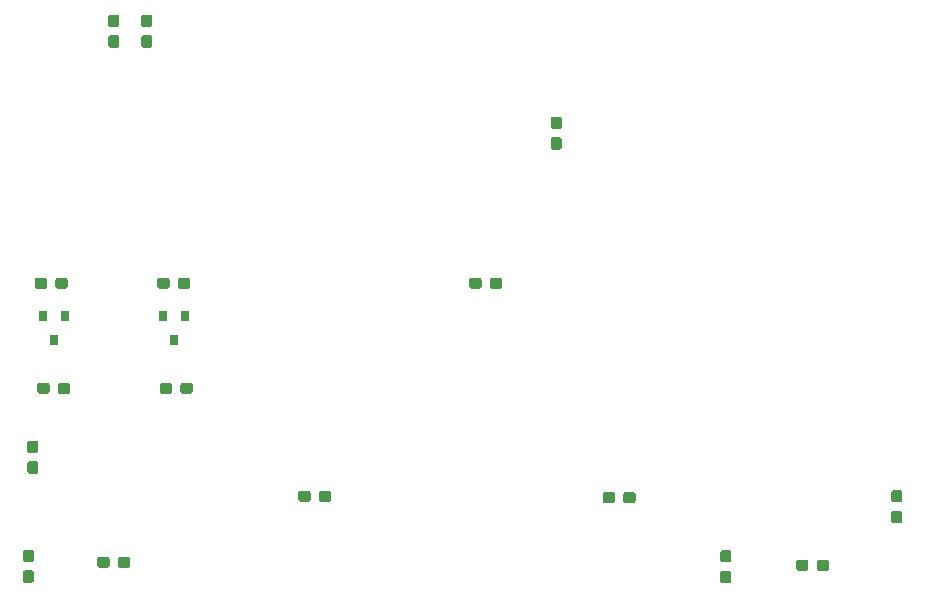
<source format=gbr>
G04 #@! TF.GenerationSoftware,KiCad,Pcbnew,(5.1.5)-3*
G04 #@! TF.CreationDate,2020-05-20T19:54:34+02:00*
G04 #@! TF.ProjectId,PONG_Display,504f4e47-5f44-4697-9370-6c61792e6b69,rev?*
G04 #@! TF.SameCoordinates,Original*
G04 #@! TF.FileFunction,Paste,Bot*
G04 #@! TF.FilePolarity,Positive*
%FSLAX46Y46*%
G04 Gerber Fmt 4.6, Leading zero omitted, Abs format (unit mm)*
G04 Created by KiCad (PCBNEW (5.1.5)-3) date 2020-05-20 19:54:34*
%MOMM*%
%LPD*%
G04 APERTURE LIST*
%ADD10C,0.100000*%
%ADD11R,0.800000X0.900000*%
G04 APERTURE END LIST*
D10*
G36*
X36745779Y-47786144D02*
G01*
X36768834Y-47789563D01*
X36791443Y-47795227D01*
X36813387Y-47803079D01*
X36834457Y-47813044D01*
X36854448Y-47825026D01*
X36873168Y-47838910D01*
X36890438Y-47854562D01*
X36906090Y-47871832D01*
X36919974Y-47890552D01*
X36931956Y-47910543D01*
X36941921Y-47931613D01*
X36949773Y-47953557D01*
X36955437Y-47976166D01*
X36958856Y-47999221D01*
X36960000Y-48022500D01*
X36960000Y-48497500D01*
X36958856Y-48520779D01*
X36955437Y-48543834D01*
X36949773Y-48566443D01*
X36941921Y-48588387D01*
X36931956Y-48609457D01*
X36919974Y-48629448D01*
X36906090Y-48648168D01*
X36890438Y-48665438D01*
X36873168Y-48681090D01*
X36854448Y-48694974D01*
X36834457Y-48706956D01*
X36813387Y-48716921D01*
X36791443Y-48724773D01*
X36768834Y-48730437D01*
X36745779Y-48733856D01*
X36722500Y-48735000D01*
X36147500Y-48735000D01*
X36124221Y-48733856D01*
X36101166Y-48730437D01*
X36078557Y-48724773D01*
X36056613Y-48716921D01*
X36035543Y-48706956D01*
X36015552Y-48694974D01*
X35996832Y-48681090D01*
X35979562Y-48665438D01*
X35963910Y-48648168D01*
X35950026Y-48629448D01*
X35938044Y-48609457D01*
X35928079Y-48588387D01*
X35920227Y-48566443D01*
X35914563Y-48543834D01*
X35911144Y-48520779D01*
X35910000Y-48497500D01*
X35910000Y-48022500D01*
X35911144Y-47999221D01*
X35914563Y-47976166D01*
X35920227Y-47953557D01*
X35928079Y-47931613D01*
X35938044Y-47910543D01*
X35950026Y-47890552D01*
X35963910Y-47871832D01*
X35979562Y-47854562D01*
X35996832Y-47838910D01*
X36015552Y-47825026D01*
X36035543Y-47813044D01*
X36056613Y-47803079D01*
X36078557Y-47795227D01*
X36101166Y-47789563D01*
X36124221Y-47786144D01*
X36147500Y-47785000D01*
X36722500Y-47785000D01*
X36745779Y-47786144D01*
G37*
G36*
X34995779Y-47786144D02*
G01*
X35018834Y-47789563D01*
X35041443Y-47795227D01*
X35063387Y-47803079D01*
X35084457Y-47813044D01*
X35104448Y-47825026D01*
X35123168Y-47838910D01*
X35140438Y-47854562D01*
X35156090Y-47871832D01*
X35169974Y-47890552D01*
X35181956Y-47910543D01*
X35191921Y-47931613D01*
X35199773Y-47953557D01*
X35205437Y-47976166D01*
X35208856Y-47999221D01*
X35210000Y-48022500D01*
X35210000Y-48497500D01*
X35208856Y-48520779D01*
X35205437Y-48543834D01*
X35199773Y-48566443D01*
X35191921Y-48588387D01*
X35181956Y-48609457D01*
X35169974Y-48629448D01*
X35156090Y-48648168D01*
X35140438Y-48665438D01*
X35123168Y-48681090D01*
X35104448Y-48694974D01*
X35084457Y-48706956D01*
X35063387Y-48716921D01*
X35041443Y-48724773D01*
X35018834Y-48730437D01*
X34995779Y-48733856D01*
X34972500Y-48735000D01*
X34397500Y-48735000D01*
X34374221Y-48733856D01*
X34351166Y-48730437D01*
X34328557Y-48724773D01*
X34306613Y-48716921D01*
X34285543Y-48706956D01*
X34265552Y-48694974D01*
X34246832Y-48681090D01*
X34229562Y-48665438D01*
X34213910Y-48648168D01*
X34200026Y-48629448D01*
X34188044Y-48609457D01*
X34178079Y-48588387D01*
X34170227Y-48566443D01*
X34164563Y-48543834D01*
X34161144Y-48520779D01*
X34160000Y-48497500D01*
X34160000Y-48022500D01*
X34161144Y-47999221D01*
X34164563Y-47976166D01*
X34170227Y-47953557D01*
X34178079Y-47931613D01*
X34188044Y-47910543D01*
X34200026Y-47890552D01*
X34213910Y-47871832D01*
X34229562Y-47854562D01*
X34246832Y-47838910D01*
X34265552Y-47825026D01*
X34285543Y-47813044D01*
X34306613Y-47803079D01*
X34328557Y-47795227D01*
X34351166Y-47789563D01*
X34374221Y-47786144D01*
X34397500Y-47785000D01*
X34972500Y-47785000D01*
X34995779Y-47786144D01*
G37*
G36*
X30740779Y-27275144D02*
G01*
X30763834Y-27278563D01*
X30786443Y-27284227D01*
X30808387Y-27292079D01*
X30829457Y-27302044D01*
X30849448Y-27314026D01*
X30868168Y-27327910D01*
X30885438Y-27343562D01*
X30901090Y-27360832D01*
X30914974Y-27379552D01*
X30926956Y-27399543D01*
X30936921Y-27420613D01*
X30944773Y-27442557D01*
X30950437Y-27465166D01*
X30953856Y-27488221D01*
X30955000Y-27511500D01*
X30955000Y-28086500D01*
X30953856Y-28109779D01*
X30950437Y-28132834D01*
X30944773Y-28155443D01*
X30936921Y-28177387D01*
X30926956Y-28198457D01*
X30914974Y-28218448D01*
X30901090Y-28237168D01*
X30885438Y-28254438D01*
X30868168Y-28270090D01*
X30849448Y-28283974D01*
X30829457Y-28295956D01*
X30808387Y-28305921D01*
X30786443Y-28313773D01*
X30763834Y-28319437D01*
X30740779Y-28322856D01*
X30717500Y-28324000D01*
X30242500Y-28324000D01*
X30219221Y-28322856D01*
X30196166Y-28319437D01*
X30173557Y-28313773D01*
X30151613Y-28305921D01*
X30130543Y-28295956D01*
X30110552Y-28283974D01*
X30091832Y-28270090D01*
X30074562Y-28254438D01*
X30058910Y-28237168D01*
X30045026Y-28218448D01*
X30033044Y-28198457D01*
X30023079Y-28177387D01*
X30015227Y-28155443D01*
X30009563Y-28132834D01*
X30006144Y-28109779D01*
X30005000Y-28086500D01*
X30005000Y-27511500D01*
X30006144Y-27488221D01*
X30009563Y-27465166D01*
X30015227Y-27442557D01*
X30023079Y-27420613D01*
X30033044Y-27399543D01*
X30045026Y-27379552D01*
X30058910Y-27360832D01*
X30074562Y-27343562D01*
X30091832Y-27327910D01*
X30110552Y-27314026D01*
X30130543Y-27302044D01*
X30151613Y-27292079D01*
X30173557Y-27284227D01*
X30196166Y-27278563D01*
X30219221Y-27275144D01*
X30242500Y-27274000D01*
X30717500Y-27274000D01*
X30740779Y-27275144D01*
G37*
G36*
X30740779Y-25525144D02*
G01*
X30763834Y-25528563D01*
X30786443Y-25534227D01*
X30808387Y-25542079D01*
X30829457Y-25552044D01*
X30849448Y-25564026D01*
X30868168Y-25577910D01*
X30885438Y-25593562D01*
X30901090Y-25610832D01*
X30914974Y-25629552D01*
X30926956Y-25649543D01*
X30936921Y-25670613D01*
X30944773Y-25692557D01*
X30950437Y-25715166D01*
X30953856Y-25738221D01*
X30955000Y-25761500D01*
X30955000Y-26336500D01*
X30953856Y-26359779D01*
X30950437Y-26382834D01*
X30944773Y-26405443D01*
X30936921Y-26427387D01*
X30926956Y-26448457D01*
X30914974Y-26468448D01*
X30901090Y-26487168D01*
X30885438Y-26504438D01*
X30868168Y-26520090D01*
X30849448Y-26533974D01*
X30829457Y-26545956D01*
X30808387Y-26555921D01*
X30786443Y-26563773D01*
X30763834Y-26569437D01*
X30740779Y-26572856D01*
X30717500Y-26574000D01*
X30242500Y-26574000D01*
X30219221Y-26572856D01*
X30196166Y-26569437D01*
X30173557Y-26563773D01*
X30151613Y-26555921D01*
X30130543Y-26545956D01*
X30110552Y-26533974D01*
X30091832Y-26520090D01*
X30074562Y-26504438D01*
X30058910Y-26487168D01*
X30045026Y-26468448D01*
X30033044Y-26448457D01*
X30023079Y-26427387D01*
X30015227Y-26405443D01*
X30009563Y-26382834D01*
X30006144Y-26359779D01*
X30005000Y-26336500D01*
X30005000Y-25761500D01*
X30006144Y-25738221D01*
X30009563Y-25715166D01*
X30015227Y-25692557D01*
X30023079Y-25670613D01*
X30033044Y-25649543D01*
X30045026Y-25629552D01*
X30058910Y-25610832D01*
X30074562Y-25593562D01*
X30091832Y-25577910D01*
X30110552Y-25564026D01*
X30130543Y-25552044D01*
X30151613Y-25542079D01*
X30173557Y-25534227D01*
X30196166Y-25528563D01*
X30219221Y-25525144D01*
X30242500Y-25524000D01*
X30717500Y-25524000D01*
X30740779Y-25525144D01*
G37*
D11*
X25400000Y-53070000D03*
X26350000Y-51070000D03*
X24450000Y-51070000D03*
X34610000Y-51070000D03*
X36510000Y-51070000D03*
X35560000Y-53070000D03*
D10*
G36*
X61411779Y-47786144D02*
G01*
X61434834Y-47789563D01*
X61457443Y-47795227D01*
X61479387Y-47803079D01*
X61500457Y-47813044D01*
X61520448Y-47825026D01*
X61539168Y-47838910D01*
X61556438Y-47854562D01*
X61572090Y-47871832D01*
X61585974Y-47890552D01*
X61597956Y-47910543D01*
X61607921Y-47931613D01*
X61615773Y-47953557D01*
X61621437Y-47976166D01*
X61624856Y-47999221D01*
X61626000Y-48022500D01*
X61626000Y-48497500D01*
X61624856Y-48520779D01*
X61621437Y-48543834D01*
X61615773Y-48566443D01*
X61607921Y-48588387D01*
X61597956Y-48609457D01*
X61585974Y-48629448D01*
X61572090Y-48648168D01*
X61556438Y-48665438D01*
X61539168Y-48681090D01*
X61520448Y-48694974D01*
X61500457Y-48706956D01*
X61479387Y-48716921D01*
X61457443Y-48724773D01*
X61434834Y-48730437D01*
X61411779Y-48733856D01*
X61388500Y-48735000D01*
X60813500Y-48735000D01*
X60790221Y-48733856D01*
X60767166Y-48730437D01*
X60744557Y-48724773D01*
X60722613Y-48716921D01*
X60701543Y-48706956D01*
X60681552Y-48694974D01*
X60662832Y-48681090D01*
X60645562Y-48665438D01*
X60629910Y-48648168D01*
X60616026Y-48629448D01*
X60604044Y-48609457D01*
X60594079Y-48588387D01*
X60586227Y-48566443D01*
X60580563Y-48543834D01*
X60577144Y-48520779D01*
X60576000Y-48497500D01*
X60576000Y-48022500D01*
X60577144Y-47999221D01*
X60580563Y-47976166D01*
X60586227Y-47953557D01*
X60594079Y-47931613D01*
X60604044Y-47910543D01*
X60616026Y-47890552D01*
X60629910Y-47871832D01*
X60645562Y-47854562D01*
X60662832Y-47838910D01*
X60681552Y-47825026D01*
X60701543Y-47813044D01*
X60722613Y-47803079D01*
X60744557Y-47795227D01*
X60767166Y-47789563D01*
X60790221Y-47786144D01*
X60813500Y-47785000D01*
X61388500Y-47785000D01*
X61411779Y-47786144D01*
G37*
G36*
X63161779Y-47786144D02*
G01*
X63184834Y-47789563D01*
X63207443Y-47795227D01*
X63229387Y-47803079D01*
X63250457Y-47813044D01*
X63270448Y-47825026D01*
X63289168Y-47838910D01*
X63306438Y-47854562D01*
X63322090Y-47871832D01*
X63335974Y-47890552D01*
X63347956Y-47910543D01*
X63357921Y-47931613D01*
X63365773Y-47953557D01*
X63371437Y-47976166D01*
X63374856Y-47999221D01*
X63376000Y-48022500D01*
X63376000Y-48497500D01*
X63374856Y-48520779D01*
X63371437Y-48543834D01*
X63365773Y-48566443D01*
X63357921Y-48588387D01*
X63347956Y-48609457D01*
X63335974Y-48629448D01*
X63322090Y-48648168D01*
X63306438Y-48665438D01*
X63289168Y-48681090D01*
X63270448Y-48694974D01*
X63250457Y-48706956D01*
X63229387Y-48716921D01*
X63207443Y-48724773D01*
X63184834Y-48730437D01*
X63161779Y-48733856D01*
X63138500Y-48735000D01*
X62563500Y-48735000D01*
X62540221Y-48733856D01*
X62517166Y-48730437D01*
X62494557Y-48724773D01*
X62472613Y-48716921D01*
X62451543Y-48706956D01*
X62431552Y-48694974D01*
X62412832Y-48681090D01*
X62395562Y-48665438D01*
X62379910Y-48648168D01*
X62366026Y-48629448D01*
X62354044Y-48609457D01*
X62344079Y-48588387D01*
X62336227Y-48566443D01*
X62330563Y-48543834D01*
X62327144Y-48520779D01*
X62326000Y-48497500D01*
X62326000Y-48022500D01*
X62327144Y-47999221D01*
X62330563Y-47976166D01*
X62336227Y-47953557D01*
X62344079Y-47931613D01*
X62354044Y-47910543D01*
X62366026Y-47890552D01*
X62379910Y-47871832D01*
X62395562Y-47854562D01*
X62412832Y-47838910D01*
X62431552Y-47825026D01*
X62451543Y-47813044D01*
X62472613Y-47803079D01*
X62494557Y-47795227D01*
X62517166Y-47789563D01*
X62540221Y-47786144D01*
X62563500Y-47785000D01*
X63138500Y-47785000D01*
X63161779Y-47786144D01*
G37*
G36*
X48683779Y-65820144D02*
G01*
X48706834Y-65823563D01*
X48729443Y-65829227D01*
X48751387Y-65837079D01*
X48772457Y-65847044D01*
X48792448Y-65859026D01*
X48811168Y-65872910D01*
X48828438Y-65888562D01*
X48844090Y-65905832D01*
X48857974Y-65924552D01*
X48869956Y-65944543D01*
X48879921Y-65965613D01*
X48887773Y-65987557D01*
X48893437Y-66010166D01*
X48896856Y-66033221D01*
X48898000Y-66056500D01*
X48898000Y-66531500D01*
X48896856Y-66554779D01*
X48893437Y-66577834D01*
X48887773Y-66600443D01*
X48879921Y-66622387D01*
X48869956Y-66643457D01*
X48857974Y-66663448D01*
X48844090Y-66682168D01*
X48828438Y-66699438D01*
X48811168Y-66715090D01*
X48792448Y-66728974D01*
X48772457Y-66740956D01*
X48751387Y-66750921D01*
X48729443Y-66758773D01*
X48706834Y-66764437D01*
X48683779Y-66767856D01*
X48660500Y-66769000D01*
X48085500Y-66769000D01*
X48062221Y-66767856D01*
X48039166Y-66764437D01*
X48016557Y-66758773D01*
X47994613Y-66750921D01*
X47973543Y-66740956D01*
X47953552Y-66728974D01*
X47934832Y-66715090D01*
X47917562Y-66699438D01*
X47901910Y-66682168D01*
X47888026Y-66663448D01*
X47876044Y-66643457D01*
X47866079Y-66622387D01*
X47858227Y-66600443D01*
X47852563Y-66577834D01*
X47849144Y-66554779D01*
X47848000Y-66531500D01*
X47848000Y-66056500D01*
X47849144Y-66033221D01*
X47852563Y-66010166D01*
X47858227Y-65987557D01*
X47866079Y-65965613D01*
X47876044Y-65944543D01*
X47888026Y-65924552D01*
X47901910Y-65905832D01*
X47917562Y-65888562D01*
X47934832Y-65872910D01*
X47953552Y-65859026D01*
X47973543Y-65847044D01*
X47994613Y-65837079D01*
X48016557Y-65829227D01*
X48039166Y-65823563D01*
X48062221Y-65820144D01*
X48085500Y-65819000D01*
X48660500Y-65819000D01*
X48683779Y-65820144D01*
G37*
G36*
X46933779Y-65820144D02*
G01*
X46956834Y-65823563D01*
X46979443Y-65829227D01*
X47001387Y-65837079D01*
X47022457Y-65847044D01*
X47042448Y-65859026D01*
X47061168Y-65872910D01*
X47078438Y-65888562D01*
X47094090Y-65905832D01*
X47107974Y-65924552D01*
X47119956Y-65944543D01*
X47129921Y-65965613D01*
X47137773Y-65987557D01*
X47143437Y-66010166D01*
X47146856Y-66033221D01*
X47148000Y-66056500D01*
X47148000Y-66531500D01*
X47146856Y-66554779D01*
X47143437Y-66577834D01*
X47137773Y-66600443D01*
X47129921Y-66622387D01*
X47119956Y-66643457D01*
X47107974Y-66663448D01*
X47094090Y-66682168D01*
X47078438Y-66699438D01*
X47061168Y-66715090D01*
X47042448Y-66728974D01*
X47022457Y-66740956D01*
X47001387Y-66750921D01*
X46979443Y-66758773D01*
X46956834Y-66764437D01*
X46933779Y-66767856D01*
X46910500Y-66769000D01*
X46335500Y-66769000D01*
X46312221Y-66767856D01*
X46289166Y-66764437D01*
X46266557Y-66758773D01*
X46244613Y-66750921D01*
X46223543Y-66740956D01*
X46203552Y-66728974D01*
X46184832Y-66715090D01*
X46167562Y-66699438D01*
X46151910Y-66682168D01*
X46138026Y-66663448D01*
X46126044Y-66643457D01*
X46116079Y-66622387D01*
X46108227Y-66600443D01*
X46102563Y-66577834D01*
X46099144Y-66554779D01*
X46098000Y-66531500D01*
X46098000Y-66056500D01*
X46099144Y-66033221D01*
X46102563Y-66010166D01*
X46108227Y-65987557D01*
X46116079Y-65965613D01*
X46126044Y-65944543D01*
X46138026Y-65924552D01*
X46151910Y-65905832D01*
X46167562Y-65888562D01*
X46184832Y-65872910D01*
X46203552Y-65859026D01*
X46223543Y-65847044D01*
X46244613Y-65837079D01*
X46266557Y-65829227D01*
X46289166Y-65823563D01*
X46312221Y-65820144D01*
X46335500Y-65819000D01*
X46910500Y-65819000D01*
X46933779Y-65820144D01*
G37*
G36*
X31665779Y-71408144D02*
G01*
X31688834Y-71411563D01*
X31711443Y-71417227D01*
X31733387Y-71425079D01*
X31754457Y-71435044D01*
X31774448Y-71447026D01*
X31793168Y-71460910D01*
X31810438Y-71476562D01*
X31826090Y-71493832D01*
X31839974Y-71512552D01*
X31851956Y-71532543D01*
X31861921Y-71553613D01*
X31869773Y-71575557D01*
X31875437Y-71598166D01*
X31878856Y-71621221D01*
X31880000Y-71644500D01*
X31880000Y-72119500D01*
X31878856Y-72142779D01*
X31875437Y-72165834D01*
X31869773Y-72188443D01*
X31861921Y-72210387D01*
X31851956Y-72231457D01*
X31839974Y-72251448D01*
X31826090Y-72270168D01*
X31810438Y-72287438D01*
X31793168Y-72303090D01*
X31774448Y-72316974D01*
X31754457Y-72328956D01*
X31733387Y-72338921D01*
X31711443Y-72346773D01*
X31688834Y-72352437D01*
X31665779Y-72355856D01*
X31642500Y-72357000D01*
X31067500Y-72357000D01*
X31044221Y-72355856D01*
X31021166Y-72352437D01*
X30998557Y-72346773D01*
X30976613Y-72338921D01*
X30955543Y-72328956D01*
X30935552Y-72316974D01*
X30916832Y-72303090D01*
X30899562Y-72287438D01*
X30883910Y-72270168D01*
X30870026Y-72251448D01*
X30858044Y-72231457D01*
X30848079Y-72210387D01*
X30840227Y-72188443D01*
X30834563Y-72165834D01*
X30831144Y-72142779D01*
X30830000Y-72119500D01*
X30830000Y-71644500D01*
X30831144Y-71621221D01*
X30834563Y-71598166D01*
X30840227Y-71575557D01*
X30848079Y-71553613D01*
X30858044Y-71532543D01*
X30870026Y-71512552D01*
X30883910Y-71493832D01*
X30899562Y-71476562D01*
X30916832Y-71460910D01*
X30935552Y-71447026D01*
X30955543Y-71435044D01*
X30976613Y-71425079D01*
X30998557Y-71417227D01*
X31021166Y-71411563D01*
X31044221Y-71408144D01*
X31067500Y-71407000D01*
X31642500Y-71407000D01*
X31665779Y-71408144D01*
G37*
G36*
X29915779Y-71408144D02*
G01*
X29938834Y-71411563D01*
X29961443Y-71417227D01*
X29983387Y-71425079D01*
X30004457Y-71435044D01*
X30024448Y-71447026D01*
X30043168Y-71460910D01*
X30060438Y-71476562D01*
X30076090Y-71493832D01*
X30089974Y-71512552D01*
X30101956Y-71532543D01*
X30111921Y-71553613D01*
X30119773Y-71575557D01*
X30125437Y-71598166D01*
X30128856Y-71621221D01*
X30130000Y-71644500D01*
X30130000Y-72119500D01*
X30128856Y-72142779D01*
X30125437Y-72165834D01*
X30119773Y-72188443D01*
X30111921Y-72210387D01*
X30101956Y-72231457D01*
X30089974Y-72251448D01*
X30076090Y-72270168D01*
X30060438Y-72287438D01*
X30043168Y-72303090D01*
X30024448Y-72316974D01*
X30004457Y-72328956D01*
X29983387Y-72338921D01*
X29961443Y-72346773D01*
X29938834Y-72352437D01*
X29915779Y-72355856D01*
X29892500Y-72357000D01*
X29317500Y-72357000D01*
X29294221Y-72355856D01*
X29271166Y-72352437D01*
X29248557Y-72346773D01*
X29226613Y-72338921D01*
X29205543Y-72328956D01*
X29185552Y-72316974D01*
X29166832Y-72303090D01*
X29149562Y-72287438D01*
X29133910Y-72270168D01*
X29120026Y-72251448D01*
X29108044Y-72231457D01*
X29098079Y-72210387D01*
X29090227Y-72188443D01*
X29084563Y-72165834D01*
X29081144Y-72142779D01*
X29080000Y-72119500D01*
X29080000Y-71644500D01*
X29081144Y-71621221D01*
X29084563Y-71598166D01*
X29090227Y-71575557D01*
X29098079Y-71553613D01*
X29108044Y-71532543D01*
X29120026Y-71512552D01*
X29133910Y-71493832D01*
X29149562Y-71476562D01*
X29166832Y-71460910D01*
X29185552Y-71447026D01*
X29205543Y-71435044D01*
X29226613Y-71425079D01*
X29248557Y-71417227D01*
X29271166Y-71411563D01*
X29294221Y-71408144D01*
X29317500Y-71407000D01*
X29892500Y-71407000D01*
X29915779Y-71408144D01*
G37*
G36*
X72700779Y-65947144D02*
G01*
X72723834Y-65950563D01*
X72746443Y-65956227D01*
X72768387Y-65964079D01*
X72789457Y-65974044D01*
X72809448Y-65986026D01*
X72828168Y-65999910D01*
X72845438Y-66015562D01*
X72861090Y-66032832D01*
X72874974Y-66051552D01*
X72886956Y-66071543D01*
X72896921Y-66092613D01*
X72904773Y-66114557D01*
X72910437Y-66137166D01*
X72913856Y-66160221D01*
X72915000Y-66183500D01*
X72915000Y-66658500D01*
X72913856Y-66681779D01*
X72910437Y-66704834D01*
X72904773Y-66727443D01*
X72896921Y-66749387D01*
X72886956Y-66770457D01*
X72874974Y-66790448D01*
X72861090Y-66809168D01*
X72845438Y-66826438D01*
X72828168Y-66842090D01*
X72809448Y-66855974D01*
X72789457Y-66867956D01*
X72768387Y-66877921D01*
X72746443Y-66885773D01*
X72723834Y-66891437D01*
X72700779Y-66894856D01*
X72677500Y-66896000D01*
X72102500Y-66896000D01*
X72079221Y-66894856D01*
X72056166Y-66891437D01*
X72033557Y-66885773D01*
X72011613Y-66877921D01*
X71990543Y-66867956D01*
X71970552Y-66855974D01*
X71951832Y-66842090D01*
X71934562Y-66826438D01*
X71918910Y-66809168D01*
X71905026Y-66790448D01*
X71893044Y-66770457D01*
X71883079Y-66749387D01*
X71875227Y-66727443D01*
X71869563Y-66704834D01*
X71866144Y-66681779D01*
X71865000Y-66658500D01*
X71865000Y-66183500D01*
X71866144Y-66160221D01*
X71869563Y-66137166D01*
X71875227Y-66114557D01*
X71883079Y-66092613D01*
X71893044Y-66071543D01*
X71905026Y-66051552D01*
X71918910Y-66032832D01*
X71934562Y-66015562D01*
X71951832Y-65999910D01*
X71970552Y-65986026D01*
X71990543Y-65974044D01*
X72011613Y-65964079D01*
X72033557Y-65956227D01*
X72056166Y-65950563D01*
X72079221Y-65947144D01*
X72102500Y-65946000D01*
X72677500Y-65946000D01*
X72700779Y-65947144D01*
G37*
G36*
X74450779Y-65947144D02*
G01*
X74473834Y-65950563D01*
X74496443Y-65956227D01*
X74518387Y-65964079D01*
X74539457Y-65974044D01*
X74559448Y-65986026D01*
X74578168Y-65999910D01*
X74595438Y-66015562D01*
X74611090Y-66032832D01*
X74624974Y-66051552D01*
X74636956Y-66071543D01*
X74646921Y-66092613D01*
X74654773Y-66114557D01*
X74660437Y-66137166D01*
X74663856Y-66160221D01*
X74665000Y-66183500D01*
X74665000Y-66658500D01*
X74663856Y-66681779D01*
X74660437Y-66704834D01*
X74654773Y-66727443D01*
X74646921Y-66749387D01*
X74636956Y-66770457D01*
X74624974Y-66790448D01*
X74611090Y-66809168D01*
X74595438Y-66826438D01*
X74578168Y-66842090D01*
X74559448Y-66855974D01*
X74539457Y-66867956D01*
X74518387Y-66877921D01*
X74496443Y-66885773D01*
X74473834Y-66891437D01*
X74450779Y-66894856D01*
X74427500Y-66896000D01*
X73852500Y-66896000D01*
X73829221Y-66894856D01*
X73806166Y-66891437D01*
X73783557Y-66885773D01*
X73761613Y-66877921D01*
X73740543Y-66867956D01*
X73720552Y-66855974D01*
X73701832Y-66842090D01*
X73684562Y-66826438D01*
X73668910Y-66809168D01*
X73655026Y-66790448D01*
X73643044Y-66770457D01*
X73633079Y-66749387D01*
X73625227Y-66727443D01*
X73619563Y-66704834D01*
X73616144Y-66681779D01*
X73615000Y-66658500D01*
X73615000Y-66183500D01*
X73616144Y-66160221D01*
X73619563Y-66137166D01*
X73625227Y-66114557D01*
X73633079Y-66092613D01*
X73643044Y-66071543D01*
X73655026Y-66051552D01*
X73668910Y-66032832D01*
X73684562Y-66015562D01*
X73701832Y-65999910D01*
X73720552Y-65986026D01*
X73740543Y-65974044D01*
X73761613Y-65964079D01*
X73783557Y-65956227D01*
X73806166Y-65950563D01*
X73829221Y-65947144D01*
X73852500Y-65946000D01*
X74427500Y-65946000D01*
X74450779Y-65947144D01*
G37*
G36*
X23882779Y-61593144D02*
G01*
X23905834Y-61596563D01*
X23928443Y-61602227D01*
X23950387Y-61610079D01*
X23971457Y-61620044D01*
X23991448Y-61632026D01*
X24010168Y-61645910D01*
X24027438Y-61661562D01*
X24043090Y-61678832D01*
X24056974Y-61697552D01*
X24068956Y-61717543D01*
X24078921Y-61738613D01*
X24086773Y-61760557D01*
X24092437Y-61783166D01*
X24095856Y-61806221D01*
X24097000Y-61829500D01*
X24097000Y-62404500D01*
X24095856Y-62427779D01*
X24092437Y-62450834D01*
X24086773Y-62473443D01*
X24078921Y-62495387D01*
X24068956Y-62516457D01*
X24056974Y-62536448D01*
X24043090Y-62555168D01*
X24027438Y-62572438D01*
X24010168Y-62588090D01*
X23991448Y-62601974D01*
X23971457Y-62613956D01*
X23950387Y-62623921D01*
X23928443Y-62631773D01*
X23905834Y-62637437D01*
X23882779Y-62640856D01*
X23859500Y-62642000D01*
X23384500Y-62642000D01*
X23361221Y-62640856D01*
X23338166Y-62637437D01*
X23315557Y-62631773D01*
X23293613Y-62623921D01*
X23272543Y-62613956D01*
X23252552Y-62601974D01*
X23233832Y-62588090D01*
X23216562Y-62572438D01*
X23200910Y-62555168D01*
X23187026Y-62536448D01*
X23175044Y-62516457D01*
X23165079Y-62495387D01*
X23157227Y-62473443D01*
X23151563Y-62450834D01*
X23148144Y-62427779D01*
X23147000Y-62404500D01*
X23147000Y-61829500D01*
X23148144Y-61806221D01*
X23151563Y-61783166D01*
X23157227Y-61760557D01*
X23165079Y-61738613D01*
X23175044Y-61717543D01*
X23187026Y-61697552D01*
X23200910Y-61678832D01*
X23216562Y-61661562D01*
X23233832Y-61645910D01*
X23252552Y-61632026D01*
X23272543Y-61620044D01*
X23293613Y-61610079D01*
X23315557Y-61602227D01*
X23338166Y-61596563D01*
X23361221Y-61593144D01*
X23384500Y-61592000D01*
X23859500Y-61592000D01*
X23882779Y-61593144D01*
G37*
G36*
X23882779Y-63343144D02*
G01*
X23905834Y-63346563D01*
X23928443Y-63352227D01*
X23950387Y-63360079D01*
X23971457Y-63370044D01*
X23991448Y-63382026D01*
X24010168Y-63395910D01*
X24027438Y-63411562D01*
X24043090Y-63428832D01*
X24056974Y-63447552D01*
X24068956Y-63467543D01*
X24078921Y-63488613D01*
X24086773Y-63510557D01*
X24092437Y-63533166D01*
X24095856Y-63556221D01*
X24097000Y-63579500D01*
X24097000Y-64154500D01*
X24095856Y-64177779D01*
X24092437Y-64200834D01*
X24086773Y-64223443D01*
X24078921Y-64245387D01*
X24068956Y-64266457D01*
X24056974Y-64286448D01*
X24043090Y-64305168D01*
X24027438Y-64322438D01*
X24010168Y-64338090D01*
X23991448Y-64351974D01*
X23971457Y-64363956D01*
X23950387Y-64373921D01*
X23928443Y-64381773D01*
X23905834Y-64387437D01*
X23882779Y-64390856D01*
X23859500Y-64392000D01*
X23384500Y-64392000D01*
X23361221Y-64390856D01*
X23338166Y-64387437D01*
X23315557Y-64381773D01*
X23293613Y-64373921D01*
X23272543Y-64363956D01*
X23252552Y-64351974D01*
X23233832Y-64338090D01*
X23216562Y-64322438D01*
X23200910Y-64305168D01*
X23187026Y-64286448D01*
X23175044Y-64266457D01*
X23165079Y-64245387D01*
X23157227Y-64223443D01*
X23151563Y-64200834D01*
X23148144Y-64177779D01*
X23147000Y-64154500D01*
X23147000Y-63579500D01*
X23148144Y-63556221D01*
X23151563Y-63533166D01*
X23157227Y-63510557D01*
X23165079Y-63488613D01*
X23175044Y-63467543D01*
X23187026Y-63447552D01*
X23200910Y-63428832D01*
X23216562Y-63411562D01*
X23233832Y-63395910D01*
X23252552Y-63382026D01*
X23272543Y-63370044D01*
X23293613Y-63360079D01*
X23315557Y-63352227D01*
X23338166Y-63346563D01*
X23361221Y-63343144D01*
X23384500Y-63342000D01*
X23859500Y-63342000D01*
X23882779Y-63343144D01*
G37*
G36*
X90833779Y-71662144D02*
G01*
X90856834Y-71665563D01*
X90879443Y-71671227D01*
X90901387Y-71679079D01*
X90922457Y-71689044D01*
X90942448Y-71701026D01*
X90961168Y-71714910D01*
X90978438Y-71730562D01*
X90994090Y-71747832D01*
X91007974Y-71766552D01*
X91019956Y-71786543D01*
X91029921Y-71807613D01*
X91037773Y-71829557D01*
X91043437Y-71852166D01*
X91046856Y-71875221D01*
X91048000Y-71898500D01*
X91048000Y-72373500D01*
X91046856Y-72396779D01*
X91043437Y-72419834D01*
X91037773Y-72442443D01*
X91029921Y-72464387D01*
X91019956Y-72485457D01*
X91007974Y-72505448D01*
X90994090Y-72524168D01*
X90978438Y-72541438D01*
X90961168Y-72557090D01*
X90942448Y-72570974D01*
X90922457Y-72582956D01*
X90901387Y-72592921D01*
X90879443Y-72600773D01*
X90856834Y-72606437D01*
X90833779Y-72609856D01*
X90810500Y-72611000D01*
X90235500Y-72611000D01*
X90212221Y-72609856D01*
X90189166Y-72606437D01*
X90166557Y-72600773D01*
X90144613Y-72592921D01*
X90123543Y-72582956D01*
X90103552Y-72570974D01*
X90084832Y-72557090D01*
X90067562Y-72541438D01*
X90051910Y-72524168D01*
X90038026Y-72505448D01*
X90026044Y-72485457D01*
X90016079Y-72464387D01*
X90008227Y-72442443D01*
X90002563Y-72419834D01*
X89999144Y-72396779D01*
X89998000Y-72373500D01*
X89998000Y-71898500D01*
X89999144Y-71875221D01*
X90002563Y-71852166D01*
X90008227Y-71829557D01*
X90016079Y-71807613D01*
X90026044Y-71786543D01*
X90038026Y-71766552D01*
X90051910Y-71747832D01*
X90067562Y-71730562D01*
X90084832Y-71714910D01*
X90103552Y-71701026D01*
X90123543Y-71689044D01*
X90144613Y-71679079D01*
X90166557Y-71671227D01*
X90189166Y-71665563D01*
X90212221Y-71662144D01*
X90235500Y-71661000D01*
X90810500Y-71661000D01*
X90833779Y-71662144D01*
G37*
G36*
X89083779Y-71662144D02*
G01*
X89106834Y-71665563D01*
X89129443Y-71671227D01*
X89151387Y-71679079D01*
X89172457Y-71689044D01*
X89192448Y-71701026D01*
X89211168Y-71714910D01*
X89228438Y-71730562D01*
X89244090Y-71747832D01*
X89257974Y-71766552D01*
X89269956Y-71786543D01*
X89279921Y-71807613D01*
X89287773Y-71829557D01*
X89293437Y-71852166D01*
X89296856Y-71875221D01*
X89298000Y-71898500D01*
X89298000Y-72373500D01*
X89296856Y-72396779D01*
X89293437Y-72419834D01*
X89287773Y-72442443D01*
X89279921Y-72464387D01*
X89269956Y-72485457D01*
X89257974Y-72505448D01*
X89244090Y-72524168D01*
X89228438Y-72541438D01*
X89211168Y-72557090D01*
X89192448Y-72570974D01*
X89172457Y-72582956D01*
X89151387Y-72592921D01*
X89129443Y-72600773D01*
X89106834Y-72606437D01*
X89083779Y-72609856D01*
X89060500Y-72611000D01*
X88485500Y-72611000D01*
X88462221Y-72609856D01*
X88439166Y-72606437D01*
X88416557Y-72600773D01*
X88394613Y-72592921D01*
X88373543Y-72582956D01*
X88353552Y-72570974D01*
X88334832Y-72557090D01*
X88317562Y-72541438D01*
X88301910Y-72524168D01*
X88288026Y-72505448D01*
X88276044Y-72485457D01*
X88266079Y-72464387D01*
X88258227Y-72442443D01*
X88252563Y-72419834D01*
X88249144Y-72396779D01*
X88248000Y-72373500D01*
X88248000Y-71898500D01*
X88249144Y-71875221D01*
X88252563Y-71852166D01*
X88258227Y-71829557D01*
X88266079Y-71807613D01*
X88276044Y-71786543D01*
X88288026Y-71766552D01*
X88301910Y-71747832D01*
X88317562Y-71730562D01*
X88334832Y-71714910D01*
X88353552Y-71701026D01*
X88373543Y-71689044D01*
X88394613Y-71679079D01*
X88416557Y-71671227D01*
X88439166Y-71665563D01*
X88462221Y-71662144D01*
X88485500Y-71661000D01*
X89060500Y-71661000D01*
X89083779Y-71662144D01*
G37*
G36*
X97034779Y-67534144D02*
G01*
X97057834Y-67537563D01*
X97080443Y-67543227D01*
X97102387Y-67551079D01*
X97123457Y-67561044D01*
X97143448Y-67573026D01*
X97162168Y-67586910D01*
X97179438Y-67602562D01*
X97195090Y-67619832D01*
X97208974Y-67638552D01*
X97220956Y-67658543D01*
X97230921Y-67679613D01*
X97238773Y-67701557D01*
X97244437Y-67724166D01*
X97247856Y-67747221D01*
X97249000Y-67770500D01*
X97249000Y-68345500D01*
X97247856Y-68368779D01*
X97244437Y-68391834D01*
X97238773Y-68414443D01*
X97230921Y-68436387D01*
X97220956Y-68457457D01*
X97208974Y-68477448D01*
X97195090Y-68496168D01*
X97179438Y-68513438D01*
X97162168Y-68529090D01*
X97143448Y-68542974D01*
X97123457Y-68554956D01*
X97102387Y-68564921D01*
X97080443Y-68572773D01*
X97057834Y-68578437D01*
X97034779Y-68581856D01*
X97011500Y-68583000D01*
X96536500Y-68583000D01*
X96513221Y-68581856D01*
X96490166Y-68578437D01*
X96467557Y-68572773D01*
X96445613Y-68564921D01*
X96424543Y-68554956D01*
X96404552Y-68542974D01*
X96385832Y-68529090D01*
X96368562Y-68513438D01*
X96352910Y-68496168D01*
X96339026Y-68477448D01*
X96327044Y-68457457D01*
X96317079Y-68436387D01*
X96309227Y-68414443D01*
X96303563Y-68391834D01*
X96300144Y-68368779D01*
X96299000Y-68345500D01*
X96299000Y-67770500D01*
X96300144Y-67747221D01*
X96303563Y-67724166D01*
X96309227Y-67701557D01*
X96317079Y-67679613D01*
X96327044Y-67658543D01*
X96339026Y-67638552D01*
X96352910Y-67619832D01*
X96368562Y-67602562D01*
X96385832Y-67586910D01*
X96404552Y-67573026D01*
X96424543Y-67561044D01*
X96445613Y-67551079D01*
X96467557Y-67543227D01*
X96490166Y-67537563D01*
X96513221Y-67534144D01*
X96536500Y-67533000D01*
X97011500Y-67533000D01*
X97034779Y-67534144D01*
G37*
G36*
X97034779Y-65784144D02*
G01*
X97057834Y-65787563D01*
X97080443Y-65793227D01*
X97102387Y-65801079D01*
X97123457Y-65811044D01*
X97143448Y-65823026D01*
X97162168Y-65836910D01*
X97179438Y-65852562D01*
X97195090Y-65869832D01*
X97208974Y-65888552D01*
X97220956Y-65908543D01*
X97230921Y-65929613D01*
X97238773Y-65951557D01*
X97244437Y-65974166D01*
X97247856Y-65997221D01*
X97249000Y-66020500D01*
X97249000Y-66595500D01*
X97247856Y-66618779D01*
X97244437Y-66641834D01*
X97238773Y-66664443D01*
X97230921Y-66686387D01*
X97220956Y-66707457D01*
X97208974Y-66727448D01*
X97195090Y-66746168D01*
X97179438Y-66763438D01*
X97162168Y-66779090D01*
X97143448Y-66792974D01*
X97123457Y-66804956D01*
X97102387Y-66814921D01*
X97080443Y-66822773D01*
X97057834Y-66828437D01*
X97034779Y-66831856D01*
X97011500Y-66833000D01*
X96536500Y-66833000D01*
X96513221Y-66831856D01*
X96490166Y-66828437D01*
X96467557Y-66822773D01*
X96445613Y-66814921D01*
X96424543Y-66804956D01*
X96404552Y-66792974D01*
X96385832Y-66779090D01*
X96368562Y-66763438D01*
X96352910Y-66746168D01*
X96339026Y-66727448D01*
X96327044Y-66707457D01*
X96317079Y-66686387D01*
X96309227Y-66664443D01*
X96303563Y-66641834D01*
X96300144Y-66618779D01*
X96299000Y-66595500D01*
X96299000Y-66020500D01*
X96300144Y-65997221D01*
X96303563Y-65974166D01*
X96309227Y-65951557D01*
X96317079Y-65929613D01*
X96327044Y-65908543D01*
X96339026Y-65888552D01*
X96352910Y-65869832D01*
X96368562Y-65852562D01*
X96385832Y-65836910D01*
X96404552Y-65823026D01*
X96424543Y-65811044D01*
X96445613Y-65801079D01*
X96467557Y-65793227D01*
X96490166Y-65787563D01*
X96513221Y-65784144D01*
X96536500Y-65783000D01*
X97011500Y-65783000D01*
X97034779Y-65784144D01*
G37*
G36*
X82556779Y-72614144D02*
G01*
X82579834Y-72617563D01*
X82602443Y-72623227D01*
X82624387Y-72631079D01*
X82645457Y-72641044D01*
X82665448Y-72653026D01*
X82684168Y-72666910D01*
X82701438Y-72682562D01*
X82717090Y-72699832D01*
X82730974Y-72718552D01*
X82742956Y-72738543D01*
X82752921Y-72759613D01*
X82760773Y-72781557D01*
X82766437Y-72804166D01*
X82769856Y-72827221D01*
X82771000Y-72850500D01*
X82771000Y-73425500D01*
X82769856Y-73448779D01*
X82766437Y-73471834D01*
X82760773Y-73494443D01*
X82752921Y-73516387D01*
X82742956Y-73537457D01*
X82730974Y-73557448D01*
X82717090Y-73576168D01*
X82701438Y-73593438D01*
X82684168Y-73609090D01*
X82665448Y-73622974D01*
X82645457Y-73634956D01*
X82624387Y-73644921D01*
X82602443Y-73652773D01*
X82579834Y-73658437D01*
X82556779Y-73661856D01*
X82533500Y-73663000D01*
X82058500Y-73663000D01*
X82035221Y-73661856D01*
X82012166Y-73658437D01*
X81989557Y-73652773D01*
X81967613Y-73644921D01*
X81946543Y-73634956D01*
X81926552Y-73622974D01*
X81907832Y-73609090D01*
X81890562Y-73593438D01*
X81874910Y-73576168D01*
X81861026Y-73557448D01*
X81849044Y-73537457D01*
X81839079Y-73516387D01*
X81831227Y-73494443D01*
X81825563Y-73471834D01*
X81822144Y-73448779D01*
X81821000Y-73425500D01*
X81821000Y-72850500D01*
X81822144Y-72827221D01*
X81825563Y-72804166D01*
X81831227Y-72781557D01*
X81839079Y-72759613D01*
X81849044Y-72738543D01*
X81861026Y-72718552D01*
X81874910Y-72699832D01*
X81890562Y-72682562D01*
X81907832Y-72666910D01*
X81926552Y-72653026D01*
X81946543Y-72641044D01*
X81967613Y-72631079D01*
X81989557Y-72623227D01*
X82012166Y-72617563D01*
X82035221Y-72614144D01*
X82058500Y-72613000D01*
X82533500Y-72613000D01*
X82556779Y-72614144D01*
G37*
G36*
X82556779Y-70864144D02*
G01*
X82579834Y-70867563D01*
X82602443Y-70873227D01*
X82624387Y-70881079D01*
X82645457Y-70891044D01*
X82665448Y-70903026D01*
X82684168Y-70916910D01*
X82701438Y-70932562D01*
X82717090Y-70949832D01*
X82730974Y-70968552D01*
X82742956Y-70988543D01*
X82752921Y-71009613D01*
X82760773Y-71031557D01*
X82766437Y-71054166D01*
X82769856Y-71077221D01*
X82771000Y-71100500D01*
X82771000Y-71675500D01*
X82769856Y-71698779D01*
X82766437Y-71721834D01*
X82760773Y-71744443D01*
X82752921Y-71766387D01*
X82742956Y-71787457D01*
X82730974Y-71807448D01*
X82717090Y-71826168D01*
X82701438Y-71843438D01*
X82684168Y-71859090D01*
X82665448Y-71872974D01*
X82645457Y-71884956D01*
X82624387Y-71894921D01*
X82602443Y-71902773D01*
X82579834Y-71908437D01*
X82556779Y-71911856D01*
X82533500Y-71913000D01*
X82058500Y-71913000D01*
X82035221Y-71911856D01*
X82012166Y-71908437D01*
X81989557Y-71902773D01*
X81967613Y-71894921D01*
X81946543Y-71884956D01*
X81926552Y-71872974D01*
X81907832Y-71859090D01*
X81890562Y-71843438D01*
X81874910Y-71826168D01*
X81861026Y-71807448D01*
X81849044Y-71787457D01*
X81839079Y-71766387D01*
X81831227Y-71744443D01*
X81825563Y-71721834D01*
X81822144Y-71698779D01*
X81821000Y-71675500D01*
X81821000Y-71100500D01*
X81822144Y-71077221D01*
X81825563Y-71054166D01*
X81831227Y-71031557D01*
X81839079Y-71009613D01*
X81849044Y-70988543D01*
X81861026Y-70968552D01*
X81874910Y-70949832D01*
X81890562Y-70932562D01*
X81907832Y-70916910D01*
X81926552Y-70903026D01*
X81946543Y-70891044D01*
X81967613Y-70881079D01*
X81989557Y-70873227D01*
X82012166Y-70867563D01*
X82035221Y-70864144D01*
X82058500Y-70863000D01*
X82533500Y-70863000D01*
X82556779Y-70864144D01*
G37*
G36*
X68205779Y-35911144D02*
G01*
X68228834Y-35914563D01*
X68251443Y-35920227D01*
X68273387Y-35928079D01*
X68294457Y-35938044D01*
X68314448Y-35950026D01*
X68333168Y-35963910D01*
X68350438Y-35979562D01*
X68366090Y-35996832D01*
X68379974Y-36015552D01*
X68391956Y-36035543D01*
X68401921Y-36056613D01*
X68409773Y-36078557D01*
X68415437Y-36101166D01*
X68418856Y-36124221D01*
X68420000Y-36147500D01*
X68420000Y-36722500D01*
X68418856Y-36745779D01*
X68415437Y-36768834D01*
X68409773Y-36791443D01*
X68401921Y-36813387D01*
X68391956Y-36834457D01*
X68379974Y-36854448D01*
X68366090Y-36873168D01*
X68350438Y-36890438D01*
X68333168Y-36906090D01*
X68314448Y-36919974D01*
X68294457Y-36931956D01*
X68273387Y-36941921D01*
X68251443Y-36949773D01*
X68228834Y-36955437D01*
X68205779Y-36958856D01*
X68182500Y-36960000D01*
X67707500Y-36960000D01*
X67684221Y-36958856D01*
X67661166Y-36955437D01*
X67638557Y-36949773D01*
X67616613Y-36941921D01*
X67595543Y-36931956D01*
X67575552Y-36919974D01*
X67556832Y-36906090D01*
X67539562Y-36890438D01*
X67523910Y-36873168D01*
X67510026Y-36854448D01*
X67498044Y-36834457D01*
X67488079Y-36813387D01*
X67480227Y-36791443D01*
X67474563Y-36768834D01*
X67471144Y-36745779D01*
X67470000Y-36722500D01*
X67470000Y-36147500D01*
X67471144Y-36124221D01*
X67474563Y-36101166D01*
X67480227Y-36078557D01*
X67488079Y-36056613D01*
X67498044Y-36035543D01*
X67510026Y-36015552D01*
X67523910Y-35996832D01*
X67539562Y-35979562D01*
X67556832Y-35963910D01*
X67575552Y-35950026D01*
X67595543Y-35938044D01*
X67616613Y-35928079D01*
X67638557Y-35920227D01*
X67661166Y-35914563D01*
X67684221Y-35911144D01*
X67707500Y-35910000D01*
X68182500Y-35910000D01*
X68205779Y-35911144D01*
G37*
G36*
X68205779Y-34161144D02*
G01*
X68228834Y-34164563D01*
X68251443Y-34170227D01*
X68273387Y-34178079D01*
X68294457Y-34188044D01*
X68314448Y-34200026D01*
X68333168Y-34213910D01*
X68350438Y-34229562D01*
X68366090Y-34246832D01*
X68379974Y-34265552D01*
X68391956Y-34285543D01*
X68401921Y-34306613D01*
X68409773Y-34328557D01*
X68415437Y-34351166D01*
X68418856Y-34374221D01*
X68420000Y-34397500D01*
X68420000Y-34972500D01*
X68418856Y-34995779D01*
X68415437Y-35018834D01*
X68409773Y-35041443D01*
X68401921Y-35063387D01*
X68391956Y-35084457D01*
X68379974Y-35104448D01*
X68366090Y-35123168D01*
X68350438Y-35140438D01*
X68333168Y-35156090D01*
X68314448Y-35169974D01*
X68294457Y-35181956D01*
X68273387Y-35191921D01*
X68251443Y-35199773D01*
X68228834Y-35205437D01*
X68205779Y-35208856D01*
X68182500Y-35210000D01*
X67707500Y-35210000D01*
X67684221Y-35208856D01*
X67661166Y-35205437D01*
X67638557Y-35199773D01*
X67616613Y-35191921D01*
X67595543Y-35181956D01*
X67575552Y-35169974D01*
X67556832Y-35156090D01*
X67539562Y-35140438D01*
X67523910Y-35123168D01*
X67510026Y-35104448D01*
X67498044Y-35084457D01*
X67488079Y-35063387D01*
X67480227Y-35041443D01*
X67474563Y-35018834D01*
X67471144Y-34995779D01*
X67470000Y-34972500D01*
X67470000Y-34397500D01*
X67471144Y-34374221D01*
X67474563Y-34351166D01*
X67480227Y-34328557D01*
X67488079Y-34306613D01*
X67498044Y-34285543D01*
X67510026Y-34265552D01*
X67523910Y-34246832D01*
X67539562Y-34229562D01*
X67556832Y-34213910D01*
X67575552Y-34200026D01*
X67595543Y-34188044D01*
X67616613Y-34178079D01*
X67638557Y-34170227D01*
X67661166Y-34164563D01*
X67684221Y-34161144D01*
X67707500Y-34160000D01*
X68182500Y-34160000D01*
X68205779Y-34161144D01*
G37*
G36*
X23501779Y-72583144D02*
G01*
X23524834Y-72586563D01*
X23547443Y-72592227D01*
X23569387Y-72600079D01*
X23590457Y-72610044D01*
X23610448Y-72622026D01*
X23629168Y-72635910D01*
X23646438Y-72651562D01*
X23662090Y-72668832D01*
X23675974Y-72687552D01*
X23687956Y-72707543D01*
X23697921Y-72728613D01*
X23705773Y-72750557D01*
X23711437Y-72773166D01*
X23714856Y-72796221D01*
X23716000Y-72819500D01*
X23716000Y-73394500D01*
X23714856Y-73417779D01*
X23711437Y-73440834D01*
X23705773Y-73463443D01*
X23697921Y-73485387D01*
X23687956Y-73506457D01*
X23675974Y-73526448D01*
X23662090Y-73545168D01*
X23646438Y-73562438D01*
X23629168Y-73578090D01*
X23610448Y-73591974D01*
X23590457Y-73603956D01*
X23569387Y-73613921D01*
X23547443Y-73621773D01*
X23524834Y-73627437D01*
X23501779Y-73630856D01*
X23478500Y-73632000D01*
X23003500Y-73632000D01*
X22980221Y-73630856D01*
X22957166Y-73627437D01*
X22934557Y-73621773D01*
X22912613Y-73613921D01*
X22891543Y-73603956D01*
X22871552Y-73591974D01*
X22852832Y-73578090D01*
X22835562Y-73562438D01*
X22819910Y-73545168D01*
X22806026Y-73526448D01*
X22794044Y-73506457D01*
X22784079Y-73485387D01*
X22776227Y-73463443D01*
X22770563Y-73440834D01*
X22767144Y-73417779D01*
X22766000Y-73394500D01*
X22766000Y-72819500D01*
X22767144Y-72796221D01*
X22770563Y-72773166D01*
X22776227Y-72750557D01*
X22784079Y-72728613D01*
X22794044Y-72707543D01*
X22806026Y-72687552D01*
X22819910Y-72668832D01*
X22835562Y-72651562D01*
X22852832Y-72635910D01*
X22871552Y-72622026D01*
X22891543Y-72610044D01*
X22912613Y-72600079D01*
X22934557Y-72592227D01*
X22957166Y-72586563D01*
X22980221Y-72583144D01*
X23003500Y-72582000D01*
X23478500Y-72582000D01*
X23501779Y-72583144D01*
G37*
G36*
X23501779Y-70833144D02*
G01*
X23524834Y-70836563D01*
X23547443Y-70842227D01*
X23569387Y-70850079D01*
X23590457Y-70860044D01*
X23610448Y-70872026D01*
X23629168Y-70885910D01*
X23646438Y-70901562D01*
X23662090Y-70918832D01*
X23675974Y-70937552D01*
X23687956Y-70957543D01*
X23697921Y-70978613D01*
X23705773Y-71000557D01*
X23711437Y-71023166D01*
X23714856Y-71046221D01*
X23716000Y-71069500D01*
X23716000Y-71644500D01*
X23714856Y-71667779D01*
X23711437Y-71690834D01*
X23705773Y-71713443D01*
X23697921Y-71735387D01*
X23687956Y-71756457D01*
X23675974Y-71776448D01*
X23662090Y-71795168D01*
X23646438Y-71812438D01*
X23629168Y-71828090D01*
X23610448Y-71841974D01*
X23590457Y-71853956D01*
X23569387Y-71863921D01*
X23547443Y-71871773D01*
X23524834Y-71877437D01*
X23501779Y-71880856D01*
X23478500Y-71882000D01*
X23003500Y-71882000D01*
X22980221Y-71880856D01*
X22957166Y-71877437D01*
X22934557Y-71871773D01*
X22912613Y-71863921D01*
X22891543Y-71853956D01*
X22871552Y-71841974D01*
X22852832Y-71828090D01*
X22835562Y-71812438D01*
X22819910Y-71795168D01*
X22806026Y-71776448D01*
X22794044Y-71756457D01*
X22784079Y-71735387D01*
X22776227Y-71713443D01*
X22770563Y-71690834D01*
X22767144Y-71667779D01*
X22766000Y-71644500D01*
X22766000Y-71069500D01*
X22767144Y-71046221D01*
X22770563Y-71023166D01*
X22776227Y-71000557D01*
X22784079Y-70978613D01*
X22794044Y-70957543D01*
X22806026Y-70937552D01*
X22819910Y-70918832D01*
X22835562Y-70901562D01*
X22852832Y-70885910D01*
X22871552Y-70872026D01*
X22891543Y-70860044D01*
X22912613Y-70850079D01*
X22934557Y-70842227D01*
X22957166Y-70836563D01*
X22980221Y-70833144D01*
X23003500Y-70832000D01*
X23478500Y-70832000D01*
X23501779Y-70833144D01*
G37*
G36*
X24618279Y-47786144D02*
G01*
X24641334Y-47789563D01*
X24663943Y-47795227D01*
X24685887Y-47803079D01*
X24706957Y-47813044D01*
X24726948Y-47825026D01*
X24745668Y-47838910D01*
X24762938Y-47854562D01*
X24778590Y-47871832D01*
X24792474Y-47890552D01*
X24804456Y-47910543D01*
X24814421Y-47931613D01*
X24822273Y-47953557D01*
X24827937Y-47976166D01*
X24831356Y-47999221D01*
X24832500Y-48022500D01*
X24832500Y-48497500D01*
X24831356Y-48520779D01*
X24827937Y-48543834D01*
X24822273Y-48566443D01*
X24814421Y-48588387D01*
X24804456Y-48609457D01*
X24792474Y-48629448D01*
X24778590Y-48648168D01*
X24762938Y-48665438D01*
X24745668Y-48681090D01*
X24726948Y-48694974D01*
X24706957Y-48706956D01*
X24685887Y-48716921D01*
X24663943Y-48724773D01*
X24641334Y-48730437D01*
X24618279Y-48733856D01*
X24595000Y-48735000D01*
X24020000Y-48735000D01*
X23996721Y-48733856D01*
X23973666Y-48730437D01*
X23951057Y-48724773D01*
X23929113Y-48716921D01*
X23908043Y-48706956D01*
X23888052Y-48694974D01*
X23869332Y-48681090D01*
X23852062Y-48665438D01*
X23836410Y-48648168D01*
X23822526Y-48629448D01*
X23810544Y-48609457D01*
X23800579Y-48588387D01*
X23792727Y-48566443D01*
X23787063Y-48543834D01*
X23783644Y-48520779D01*
X23782500Y-48497500D01*
X23782500Y-48022500D01*
X23783644Y-47999221D01*
X23787063Y-47976166D01*
X23792727Y-47953557D01*
X23800579Y-47931613D01*
X23810544Y-47910543D01*
X23822526Y-47890552D01*
X23836410Y-47871832D01*
X23852062Y-47854562D01*
X23869332Y-47838910D01*
X23888052Y-47825026D01*
X23908043Y-47813044D01*
X23929113Y-47803079D01*
X23951057Y-47795227D01*
X23973666Y-47789563D01*
X23996721Y-47786144D01*
X24020000Y-47785000D01*
X24595000Y-47785000D01*
X24618279Y-47786144D01*
G37*
G36*
X26368279Y-47786144D02*
G01*
X26391334Y-47789563D01*
X26413943Y-47795227D01*
X26435887Y-47803079D01*
X26456957Y-47813044D01*
X26476948Y-47825026D01*
X26495668Y-47838910D01*
X26512938Y-47854562D01*
X26528590Y-47871832D01*
X26542474Y-47890552D01*
X26554456Y-47910543D01*
X26564421Y-47931613D01*
X26572273Y-47953557D01*
X26577937Y-47976166D01*
X26581356Y-47999221D01*
X26582500Y-48022500D01*
X26582500Y-48497500D01*
X26581356Y-48520779D01*
X26577937Y-48543834D01*
X26572273Y-48566443D01*
X26564421Y-48588387D01*
X26554456Y-48609457D01*
X26542474Y-48629448D01*
X26528590Y-48648168D01*
X26512938Y-48665438D01*
X26495668Y-48681090D01*
X26476948Y-48694974D01*
X26456957Y-48706956D01*
X26435887Y-48716921D01*
X26413943Y-48724773D01*
X26391334Y-48730437D01*
X26368279Y-48733856D01*
X26345000Y-48735000D01*
X25770000Y-48735000D01*
X25746721Y-48733856D01*
X25723666Y-48730437D01*
X25701057Y-48724773D01*
X25679113Y-48716921D01*
X25658043Y-48706956D01*
X25638052Y-48694974D01*
X25619332Y-48681090D01*
X25602062Y-48665438D01*
X25586410Y-48648168D01*
X25572526Y-48629448D01*
X25560544Y-48609457D01*
X25550579Y-48588387D01*
X25542727Y-48566443D01*
X25537063Y-48543834D01*
X25533644Y-48520779D01*
X25532500Y-48497500D01*
X25532500Y-48022500D01*
X25533644Y-47999221D01*
X25537063Y-47976166D01*
X25542727Y-47953557D01*
X25550579Y-47931613D01*
X25560544Y-47910543D01*
X25572526Y-47890552D01*
X25586410Y-47871832D01*
X25602062Y-47854562D01*
X25619332Y-47838910D01*
X25638052Y-47825026D01*
X25658043Y-47813044D01*
X25679113Y-47803079D01*
X25701057Y-47795227D01*
X25723666Y-47789563D01*
X25746721Y-47786144D01*
X25770000Y-47785000D01*
X26345000Y-47785000D01*
X26368279Y-47786144D01*
G37*
G36*
X26585779Y-56676144D02*
G01*
X26608834Y-56679563D01*
X26631443Y-56685227D01*
X26653387Y-56693079D01*
X26674457Y-56703044D01*
X26694448Y-56715026D01*
X26713168Y-56728910D01*
X26730438Y-56744562D01*
X26746090Y-56761832D01*
X26759974Y-56780552D01*
X26771956Y-56800543D01*
X26781921Y-56821613D01*
X26789773Y-56843557D01*
X26795437Y-56866166D01*
X26798856Y-56889221D01*
X26800000Y-56912500D01*
X26800000Y-57387500D01*
X26798856Y-57410779D01*
X26795437Y-57433834D01*
X26789773Y-57456443D01*
X26781921Y-57478387D01*
X26771956Y-57499457D01*
X26759974Y-57519448D01*
X26746090Y-57538168D01*
X26730438Y-57555438D01*
X26713168Y-57571090D01*
X26694448Y-57584974D01*
X26674457Y-57596956D01*
X26653387Y-57606921D01*
X26631443Y-57614773D01*
X26608834Y-57620437D01*
X26585779Y-57623856D01*
X26562500Y-57625000D01*
X25987500Y-57625000D01*
X25964221Y-57623856D01*
X25941166Y-57620437D01*
X25918557Y-57614773D01*
X25896613Y-57606921D01*
X25875543Y-57596956D01*
X25855552Y-57584974D01*
X25836832Y-57571090D01*
X25819562Y-57555438D01*
X25803910Y-57538168D01*
X25790026Y-57519448D01*
X25778044Y-57499457D01*
X25768079Y-57478387D01*
X25760227Y-57456443D01*
X25754563Y-57433834D01*
X25751144Y-57410779D01*
X25750000Y-57387500D01*
X25750000Y-56912500D01*
X25751144Y-56889221D01*
X25754563Y-56866166D01*
X25760227Y-56843557D01*
X25768079Y-56821613D01*
X25778044Y-56800543D01*
X25790026Y-56780552D01*
X25803910Y-56761832D01*
X25819562Y-56744562D01*
X25836832Y-56728910D01*
X25855552Y-56715026D01*
X25875543Y-56703044D01*
X25896613Y-56693079D01*
X25918557Y-56685227D01*
X25941166Y-56679563D01*
X25964221Y-56676144D01*
X25987500Y-56675000D01*
X26562500Y-56675000D01*
X26585779Y-56676144D01*
G37*
G36*
X24835779Y-56676144D02*
G01*
X24858834Y-56679563D01*
X24881443Y-56685227D01*
X24903387Y-56693079D01*
X24924457Y-56703044D01*
X24944448Y-56715026D01*
X24963168Y-56728910D01*
X24980438Y-56744562D01*
X24996090Y-56761832D01*
X25009974Y-56780552D01*
X25021956Y-56800543D01*
X25031921Y-56821613D01*
X25039773Y-56843557D01*
X25045437Y-56866166D01*
X25048856Y-56889221D01*
X25050000Y-56912500D01*
X25050000Y-57387500D01*
X25048856Y-57410779D01*
X25045437Y-57433834D01*
X25039773Y-57456443D01*
X25031921Y-57478387D01*
X25021956Y-57499457D01*
X25009974Y-57519448D01*
X24996090Y-57538168D01*
X24980438Y-57555438D01*
X24963168Y-57571090D01*
X24944448Y-57584974D01*
X24924457Y-57596956D01*
X24903387Y-57606921D01*
X24881443Y-57614773D01*
X24858834Y-57620437D01*
X24835779Y-57623856D01*
X24812500Y-57625000D01*
X24237500Y-57625000D01*
X24214221Y-57623856D01*
X24191166Y-57620437D01*
X24168557Y-57614773D01*
X24146613Y-57606921D01*
X24125543Y-57596956D01*
X24105552Y-57584974D01*
X24086832Y-57571090D01*
X24069562Y-57555438D01*
X24053910Y-57538168D01*
X24040026Y-57519448D01*
X24028044Y-57499457D01*
X24018079Y-57478387D01*
X24010227Y-57456443D01*
X24004563Y-57433834D01*
X24001144Y-57410779D01*
X24000000Y-57387500D01*
X24000000Y-56912500D01*
X24001144Y-56889221D01*
X24004563Y-56866166D01*
X24010227Y-56843557D01*
X24018079Y-56821613D01*
X24028044Y-56800543D01*
X24040026Y-56780552D01*
X24053910Y-56761832D01*
X24069562Y-56744562D01*
X24086832Y-56728910D01*
X24105552Y-56715026D01*
X24125543Y-56703044D01*
X24146613Y-56693079D01*
X24168557Y-56685227D01*
X24191166Y-56679563D01*
X24214221Y-56676144D01*
X24237500Y-56675000D01*
X24812500Y-56675000D01*
X24835779Y-56676144D01*
G37*
G36*
X35213279Y-56676144D02*
G01*
X35236334Y-56679563D01*
X35258943Y-56685227D01*
X35280887Y-56693079D01*
X35301957Y-56703044D01*
X35321948Y-56715026D01*
X35340668Y-56728910D01*
X35357938Y-56744562D01*
X35373590Y-56761832D01*
X35387474Y-56780552D01*
X35399456Y-56800543D01*
X35409421Y-56821613D01*
X35417273Y-56843557D01*
X35422937Y-56866166D01*
X35426356Y-56889221D01*
X35427500Y-56912500D01*
X35427500Y-57387500D01*
X35426356Y-57410779D01*
X35422937Y-57433834D01*
X35417273Y-57456443D01*
X35409421Y-57478387D01*
X35399456Y-57499457D01*
X35387474Y-57519448D01*
X35373590Y-57538168D01*
X35357938Y-57555438D01*
X35340668Y-57571090D01*
X35321948Y-57584974D01*
X35301957Y-57596956D01*
X35280887Y-57606921D01*
X35258943Y-57614773D01*
X35236334Y-57620437D01*
X35213279Y-57623856D01*
X35190000Y-57625000D01*
X34615000Y-57625000D01*
X34591721Y-57623856D01*
X34568666Y-57620437D01*
X34546057Y-57614773D01*
X34524113Y-57606921D01*
X34503043Y-57596956D01*
X34483052Y-57584974D01*
X34464332Y-57571090D01*
X34447062Y-57555438D01*
X34431410Y-57538168D01*
X34417526Y-57519448D01*
X34405544Y-57499457D01*
X34395579Y-57478387D01*
X34387727Y-57456443D01*
X34382063Y-57433834D01*
X34378644Y-57410779D01*
X34377500Y-57387500D01*
X34377500Y-56912500D01*
X34378644Y-56889221D01*
X34382063Y-56866166D01*
X34387727Y-56843557D01*
X34395579Y-56821613D01*
X34405544Y-56800543D01*
X34417526Y-56780552D01*
X34431410Y-56761832D01*
X34447062Y-56744562D01*
X34464332Y-56728910D01*
X34483052Y-56715026D01*
X34503043Y-56703044D01*
X34524113Y-56693079D01*
X34546057Y-56685227D01*
X34568666Y-56679563D01*
X34591721Y-56676144D01*
X34615000Y-56675000D01*
X35190000Y-56675000D01*
X35213279Y-56676144D01*
G37*
G36*
X36963279Y-56676144D02*
G01*
X36986334Y-56679563D01*
X37008943Y-56685227D01*
X37030887Y-56693079D01*
X37051957Y-56703044D01*
X37071948Y-56715026D01*
X37090668Y-56728910D01*
X37107938Y-56744562D01*
X37123590Y-56761832D01*
X37137474Y-56780552D01*
X37149456Y-56800543D01*
X37159421Y-56821613D01*
X37167273Y-56843557D01*
X37172937Y-56866166D01*
X37176356Y-56889221D01*
X37177500Y-56912500D01*
X37177500Y-57387500D01*
X37176356Y-57410779D01*
X37172937Y-57433834D01*
X37167273Y-57456443D01*
X37159421Y-57478387D01*
X37149456Y-57499457D01*
X37137474Y-57519448D01*
X37123590Y-57538168D01*
X37107938Y-57555438D01*
X37090668Y-57571090D01*
X37071948Y-57584974D01*
X37051957Y-57596956D01*
X37030887Y-57606921D01*
X37008943Y-57614773D01*
X36986334Y-57620437D01*
X36963279Y-57623856D01*
X36940000Y-57625000D01*
X36365000Y-57625000D01*
X36341721Y-57623856D01*
X36318666Y-57620437D01*
X36296057Y-57614773D01*
X36274113Y-57606921D01*
X36253043Y-57596956D01*
X36233052Y-57584974D01*
X36214332Y-57571090D01*
X36197062Y-57555438D01*
X36181410Y-57538168D01*
X36167526Y-57519448D01*
X36155544Y-57499457D01*
X36145579Y-57478387D01*
X36137727Y-57456443D01*
X36132063Y-57433834D01*
X36128644Y-57410779D01*
X36127500Y-57387500D01*
X36127500Y-56912500D01*
X36128644Y-56889221D01*
X36132063Y-56866166D01*
X36137727Y-56843557D01*
X36145579Y-56821613D01*
X36155544Y-56800543D01*
X36167526Y-56780552D01*
X36181410Y-56761832D01*
X36197062Y-56744562D01*
X36214332Y-56728910D01*
X36233052Y-56715026D01*
X36253043Y-56703044D01*
X36274113Y-56693079D01*
X36296057Y-56685227D01*
X36318666Y-56679563D01*
X36341721Y-56676144D01*
X36365000Y-56675000D01*
X36940000Y-56675000D01*
X36963279Y-56676144D01*
G37*
G36*
X33534779Y-27275144D02*
G01*
X33557834Y-27278563D01*
X33580443Y-27284227D01*
X33602387Y-27292079D01*
X33623457Y-27302044D01*
X33643448Y-27314026D01*
X33662168Y-27327910D01*
X33679438Y-27343562D01*
X33695090Y-27360832D01*
X33708974Y-27379552D01*
X33720956Y-27399543D01*
X33730921Y-27420613D01*
X33738773Y-27442557D01*
X33744437Y-27465166D01*
X33747856Y-27488221D01*
X33749000Y-27511500D01*
X33749000Y-28086500D01*
X33747856Y-28109779D01*
X33744437Y-28132834D01*
X33738773Y-28155443D01*
X33730921Y-28177387D01*
X33720956Y-28198457D01*
X33708974Y-28218448D01*
X33695090Y-28237168D01*
X33679438Y-28254438D01*
X33662168Y-28270090D01*
X33643448Y-28283974D01*
X33623457Y-28295956D01*
X33602387Y-28305921D01*
X33580443Y-28313773D01*
X33557834Y-28319437D01*
X33534779Y-28322856D01*
X33511500Y-28324000D01*
X33036500Y-28324000D01*
X33013221Y-28322856D01*
X32990166Y-28319437D01*
X32967557Y-28313773D01*
X32945613Y-28305921D01*
X32924543Y-28295956D01*
X32904552Y-28283974D01*
X32885832Y-28270090D01*
X32868562Y-28254438D01*
X32852910Y-28237168D01*
X32839026Y-28218448D01*
X32827044Y-28198457D01*
X32817079Y-28177387D01*
X32809227Y-28155443D01*
X32803563Y-28132834D01*
X32800144Y-28109779D01*
X32799000Y-28086500D01*
X32799000Y-27511500D01*
X32800144Y-27488221D01*
X32803563Y-27465166D01*
X32809227Y-27442557D01*
X32817079Y-27420613D01*
X32827044Y-27399543D01*
X32839026Y-27379552D01*
X32852910Y-27360832D01*
X32868562Y-27343562D01*
X32885832Y-27327910D01*
X32904552Y-27314026D01*
X32924543Y-27302044D01*
X32945613Y-27292079D01*
X32967557Y-27284227D01*
X32990166Y-27278563D01*
X33013221Y-27275144D01*
X33036500Y-27274000D01*
X33511500Y-27274000D01*
X33534779Y-27275144D01*
G37*
G36*
X33534779Y-25525144D02*
G01*
X33557834Y-25528563D01*
X33580443Y-25534227D01*
X33602387Y-25542079D01*
X33623457Y-25552044D01*
X33643448Y-25564026D01*
X33662168Y-25577910D01*
X33679438Y-25593562D01*
X33695090Y-25610832D01*
X33708974Y-25629552D01*
X33720956Y-25649543D01*
X33730921Y-25670613D01*
X33738773Y-25692557D01*
X33744437Y-25715166D01*
X33747856Y-25738221D01*
X33749000Y-25761500D01*
X33749000Y-26336500D01*
X33747856Y-26359779D01*
X33744437Y-26382834D01*
X33738773Y-26405443D01*
X33730921Y-26427387D01*
X33720956Y-26448457D01*
X33708974Y-26468448D01*
X33695090Y-26487168D01*
X33679438Y-26504438D01*
X33662168Y-26520090D01*
X33643448Y-26533974D01*
X33623457Y-26545956D01*
X33602387Y-26555921D01*
X33580443Y-26563773D01*
X33557834Y-26569437D01*
X33534779Y-26572856D01*
X33511500Y-26574000D01*
X33036500Y-26574000D01*
X33013221Y-26572856D01*
X32990166Y-26569437D01*
X32967557Y-26563773D01*
X32945613Y-26555921D01*
X32924543Y-26545956D01*
X32904552Y-26533974D01*
X32885832Y-26520090D01*
X32868562Y-26504438D01*
X32852910Y-26487168D01*
X32839026Y-26468448D01*
X32827044Y-26448457D01*
X32817079Y-26427387D01*
X32809227Y-26405443D01*
X32803563Y-26382834D01*
X32800144Y-26359779D01*
X32799000Y-26336500D01*
X32799000Y-25761500D01*
X32800144Y-25738221D01*
X32803563Y-25715166D01*
X32809227Y-25692557D01*
X32817079Y-25670613D01*
X32827044Y-25649543D01*
X32839026Y-25629552D01*
X32852910Y-25610832D01*
X32868562Y-25593562D01*
X32885832Y-25577910D01*
X32904552Y-25564026D01*
X32924543Y-25552044D01*
X32945613Y-25542079D01*
X32967557Y-25534227D01*
X32990166Y-25528563D01*
X33013221Y-25525144D01*
X33036500Y-25524000D01*
X33511500Y-25524000D01*
X33534779Y-25525144D01*
G37*
M02*

</source>
